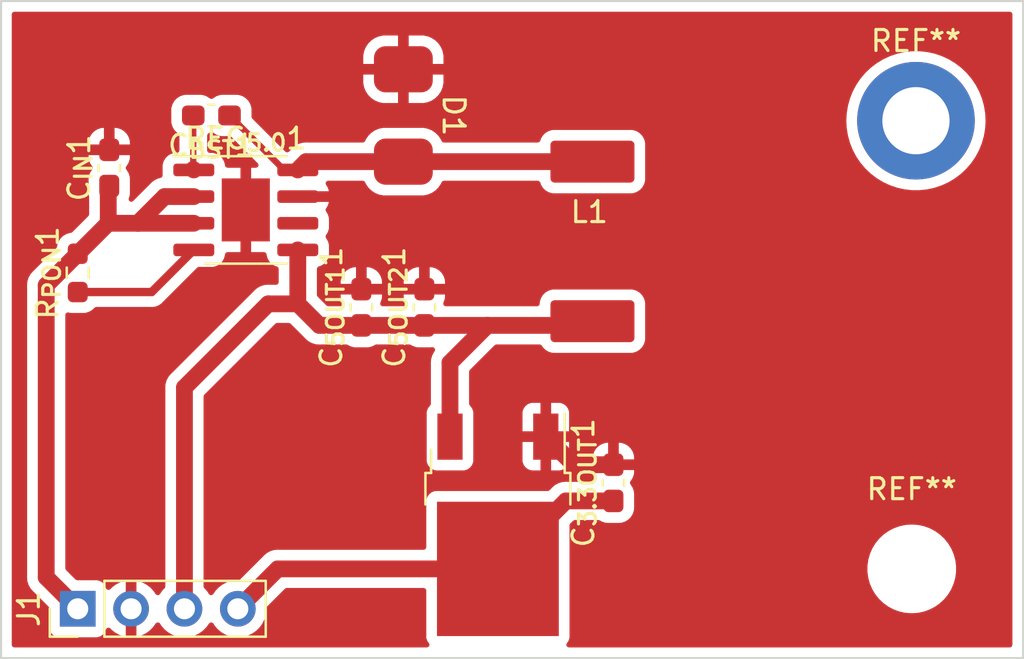
<source format=kicad_pcb>
(kicad_pcb (version 20211014) (generator pcbnew)
  (layers (0 "F.Cu" signal) (31 "B.Cu" signal) (34 "B.Paste" user) (35 "F.Paste" user) (36 "B.SilkS" user "B.Silkscreen") (37 "F.SilkS" user "F.Silkscreen") (38 "B.Mask" user) (39 "F.Mask" user) (44 "Edge.Cuts" user))
  (net 0 "")
  (net 1 "GND")
  (net 2 "Net-(C_{BST}1-Pad2)")
  (net 3 "+7.5V")
  (net 4 "+5V")
  (net 6 "+3V3")
  (net 7 "Net-(REG_{5.0}1-Pad4)")
  (net 8 "Net-(C_{BST}1-Pad1)")
  (footprint "Capacitor_SMD:C_0603_1608Metric_Pad1.08x0.95mm_HandSolder" (layer "F.Cu") (at 111.3625 77.5 180)
    (fp_text reference "C_{BST}1" (at 0 -1.43) (layer "F.SilkS"))
    (fp_text value "0.1uF")
    (fp_line (start -0.146267 0.51) (end 0.146267 0.51) (layer "F.SilkS") (width 0.12))
    (fp_line (start -0.146267 -0.51) (end 0.146267 -0.51) (layer "F.SilkS") (width 0.12))
    (pad "1" smd roundrect (at -0.8625 0 180) (size 1.075 0.95) (layers "F.Cu" "F.Paste" "F.Mask") (net 8 "Net-(C_{BST}1-Pad1)"))
    (pad "2" smd roundrect (at 0.8625 0 180) (size 1.075 0.95) (layers "F.Cu" "F.Paste" "F.Mask") (net 2 "Net-(C_{BST}1-Pad2)"))
  )
  (footprint "Custom footprints:CDRH104R inductor" (layer "F.Cu") (at 129.5 83.5)
    (fp_text reference "L1" (at -0.15 -1.4 unlocked) (layer "F.SilkS"))
    (fp_text value "3.8uF")
    (pad "1" smd roundrect (at 0 -3.8) (size 4 2) (layers "F.Cu" "F.Paste" "F.Mask") (roundrect_rratio 0.1) (net 8 "Net-(C_{BST}1-Pad1)"))
    (pad "2" smd roundrect (at 0 3.8) (size 4 2) (layers "F.Cu" "F.Paste" "F.Mask") (roundrect_rratio 0.1) (net 4 "+5V"))
  )
  (footprint "MountingHole:MountingHole_3.2mm_M3_DIN965_Pad_TopBottom" (layer "F.Cu") (at 144.9 77.75)
    (fp_text reference "REF**" (at 0 -3.8) (layer "F.SilkS"))
    (fp_text value "MountingHole_3.2mm_M3_DIN965_Pad_TopBottom" hide)
    (pad "1" connect circle (at 0 0) (size 5.6 5.6) (layers "B.Cu" "B.Mask"))
    (pad "1" connect circle (at 0 0) (size 5.6 5.6) (layers "F.Cu" "F.Mask"))
    (pad "1" thru_hole circle (at 0 0) (size 3.6 3.6) (drill 3.2) (layers *.Cu *.Mask))
  )
  (footprint "Capacitor_SMD:C_0603_1608Metric_Pad1.08x0.95mm_HandSolder" (layer "F.Cu") (at 121.5 86.6375 90)
    (fp_text reference "C_{5OUT2}1" (at 0 -1.43 90) (layer "F.SilkS"))
    (fp_text value "22uF")
    (fp_line (start -0.146267 0.51) (end 0.146267 0.51) (layer "F.SilkS") (width 0.12))
    (fp_line (start -0.146267 -0.51) (end 0.146267 -0.51) (layer "F.SilkS") (width 0.12))
    (pad "1" smd roundrect (at -0.8625 0 90) (size 1.075 0.95) (layers "F.Cu" "F.Paste" "F.Mask") (net 4 "+5V"))
    (pad "2" smd roundrect (at 0.8625 0 90) (size 1.075 0.95) (layers "F.Cu" "F.Paste" "F.Mask") (net 1 "GND"))
  )
  (footprint "Capacitor_SMD:C_0603_1608Metric_Pad1.08x0.95mm_HandSolder" (layer "F.Cu") (at 106.5 80 90)
    (fp_text reference "C_{IN}1" (at 0 -1.43 90) (layer "F.SilkS"))
    (fp_text value "10uF")
    (fp_line (start -0.146267 0.51) (end 0.146267 0.51) (layer "F.SilkS") (width 0.12))
    (fp_line (start -0.146267 -0.51) (end 0.146267 -0.51) (layer "F.SilkS") (width 0.12))
    (pad "1" smd roundrect (at -0.8625 0 90) (size 1.075 0.95) (layers "F.Cu" "F.Paste" "F.Mask") (net 3 "+7.5V"))
    (pad "2" smd roundrect (at 0.8625 0 90) (size 1.075 0.95) (layers "F.Cu" "F.Paste" "F.Mask") (net 1 "GND"))
  )
  (footprint "MountingHole:MountingHole_3.2mm_M3_DIN965" (layer "F.Cu") (at 144.7 99.1)
    (fp_text reference "REF**" (at 0 -3.8) (layer "F.SilkS"))
    (fp_text value "MountingHole_3.2mm_M3_DIN965" hide)
    (pad "" np_thru_hole circle (at 0 0) (size 3.2 3.2) (drill 3.2) (layers *.Cu *.Mask))
  )
  (footprint "Package_SO:SOIC-8-1EP_3.9x4.9mm_P1.27mm_EP2.29x3mm" (layer "F.Cu") (at 113 82)
    (fp_text reference "REG_{5.0}1" (at 0 -3.4) (layer "F.SilkS"))
    (fp_text value "ADP2302ARDZ-5.0")
    (fp_line (start 0 -2.56) (end -3.45 -2.56) (layer "F.SilkS") (width 0.12))
    (fp_line (start 0 -2.56) (end 1.95 -2.56) (layer "F.SilkS") (width 0.12))
    (fp_line (start 0 2.56) (end 1.95 2.56) (layer "F.SilkS") (width 0.12))
    (fp_line (start 0 2.56) (end -1.95 2.56) (layer "F.SilkS") (width 0.12))
    (pad "1" smd roundrect (at -2.475 -1.905) (size 1.95 0.6) (layers "F.Cu" "F.Paste" "F.Mask") (net 2 "Net-(C_{BST}1-Pad2)"))
    (pad "2" smd roundrect (at -2.475 -0.635) (size 1.95 0.6) (layers "F.Cu" "F.Paste" "F.Mask") (net 3 "+7.5V"))
    (pad "3" smd roundrect (at -2.475 0.635) (size 1.95 0.6) (layers "F.Cu" "F.Paste" "F.Mask") (net 3 "+7.5V"))
    (pad "4" smd roundrect (at -2.475 1.905) (size 1.95 0.6) (layers "F.Cu" "F.Paste" "F.Mask") (net 7 "Net-(REG_{5.0}1-Pad4)"))
    (pad "5" smd roundrect (at 2.475 1.905) (size 1.95 0.6) (layers "F.Cu" "F.Paste" "F.Mask") (net 4 "+5V"))
    (pad "6" smd roundrect (at 2.475 0.635) (size 1.95 0.6) (layers "F.Cu" "F.Paste" "F.Mask"))
    (pad "7" smd roundrect (at 2.475 -0.635) (size 1.95 0.6) (layers "F.Cu" "F.Paste" "F.Mask") (net 1 "GND"))
    (pad "8" smd roundrect (at 2.475 -1.905) (size 1.95 0.6) (layers "F.Cu" "F.Paste" "F.Mask") (net 8 "Net-(C_{BST}1-Pad1)"))
    (pad "9" smd rect (at 0 0) (size 2.29 3) (layers "F.Cu" "F.Mask") (net 1 "GND"))
  )
  (footprint "Capacitor_SMD:C_0603_1608Metric_Pad1.08x0.95mm_HandSolder" (layer "F.Cu") (at 130.5 95 90)
    (fp_text reference "C_{3.3OUT}1" (at 0 -1.43 90) (layer "F.SilkS"))
    (fp_text value "22uF")
    (fp_line (start -0.146267 -0.51) (end 0.146267 -0.51) (layer "F.SilkS") (width 0.12))
    (fp_line (start -0.146267 0.51) (end 0.146267 0.51) (layer "F.SilkS") (width 0.12))
    (pad "1" smd roundrect (at -0.8625 0 90) (size 1.075 0.95) (layers "F.Cu" "F.Paste" "F.Mask") (net 6 "+3V3"))
    (pad "2" smd roundrect (at 0.8625 0 90) (size 1.075 0.95) (layers "F.Cu" "F.Paste" "F.Mask") (net 1 "GND"))
  )
  (footprint "Connector_PinHeader_2.54mm:PinHeader_1x04_P2.54mm_Vertical" (layer "F.Cu") (at 105 101 90)
    (fp_text reference "J1" (at 0 -2.33 90) (layer "F.SilkS"))
    (fp_text value "Conn_01x04_Male" hide)
    (fp_line (start -1.33 0) (end -1.33 -1.33) (layer "F.SilkS") (width 0.12))
    (fp_line (start -1.33 1.27) (end -1.33 8.95) (layer "F.SilkS") (width 0.12))
    (fp_line (start 1.33 1.27) (end 1.33 8.95) (layer "F.SilkS") (width 0.12))
    (fp_line (start -1.33 -1.33) (end 0 -1.33) (layer "F.SilkS") (width 0.12))
    (fp_line (start -1.33 8.95) (end 1.33 8.95) (layer "F.SilkS") (width 0.12))
    (fp_line (start -1.33 1.27) (end 1.33 1.27) (layer "F.SilkS") (width 0.12))
    (pad "1" thru_hole rect (at 0 0 90) (size 1.7 1.7) (drill 1) (layers *.Cu *.Mask) (net 3 "+7.5V"))
    (pad "2" thru_hole oval (at 0 2.54 90) (size 1.7 1.7) (drill 1) (layers *.Cu *.Mask) (net 1 "GND"))
    (pad "3" thru_hole oval (at 0 5.08 90) (size 1.7 1.7) (drill 1) (layers *.Cu *.Mask) (net 4 "+5V"))
    (pad "4" thru_hole oval (at 0 7.62 90) (size 1.7 1.7) (drill 1) (layers *.Cu *.Mask) (net 6 "+3V3"))
  )
  (footprint "Capacitor_SMD:C_0603_1608Metric_Pad1.08x0.95mm_HandSolder" (layer "F.Cu") (at 118.5 86.6375 90)
    (fp_text reference "C_{5OUT1}1" (at 0 -1.43 90) (layer "F.SilkS"))
    (fp_text value "22uF")
    (fp_line (start -0.146267 0.51) (end 0.146267 0.51) (layer "F.SilkS") (width 0.12))
    (fp_line (start -0.146267 -0.51) (end 0.146267 -0.51) (layer "F.SilkS") (width 0.12))
    (pad "1" smd roundrect (at -0.8625 0 90) (size 1.075 0.95) (layers "F.Cu" "F.Paste" "F.Mask") (net 4 "+5V"))
    (pad "2" smd roundrect (at 0.8625 0 90) (size 1.075 0.95) (layers "F.Cu" "F.Paste" "F.Mask") (net 1 "GND"))
  )
  (footprint "Custom footprints:SSB43L hand solder" (layer "F.Cu") (at 120.5 77.5 -90)
    (fp_text reference "D1" (at 0 -2.4 -90 unlocked) (layer "F.SilkS"))
    (fp_text value "SSB43L")
    (pad "1" smd roundrect (at 2.2 0) (size 2.8 2.2) (layers "F.Cu" "F.Paste" "F.Mask") (net 8 "Net-(C_{BST}1-Pad1)"))
    (pad "2" smd roundrect (at -2.2 0) (size 2.8 2.2) (layers "F.Cu" "F.Paste" "F.Mask") (net 1 "GND"))
  )
  (footprint "Resistor_SMD:R_0603_1608Metric_Pad0.98x0.95mm_HandSolder" (layer "F.Cu") (at 105 85 90)
    (fp_text reference "R_{PON}1" (at 0 -1.43 90) (layer "F.SilkS"))
    (fp_text value "100K")
    (fp_line (start -0.254724 0.5225) (end 0.254724 0.5225) (layer "F.SilkS") (width 0.12))
    (fp_line (start -0.254724 -0.5225) (end 0.254724 -0.5225) (layer "F.SilkS") (width 0.12))
    (pad "1" smd roundrect (at -0.9125 0 90) (size 0.975 0.95) (layers "F.Cu" "F.Paste" "F.Mask") (net 7 "Net-(REG_{5.0}1-Pad4)"))
    (pad "2" smd roundrect (at 0.9125 0 90) (size 0.975 0.95) (layers "F.Cu" "F.Paste" "F.Mask") (net 3 "+7.5V"))
  )
  (footprint "Package_TO_SOT_SMD:TO-252-2" (layer "F.Cu") (at 125 97 -90)
    (fp_text reference "LinReg_{3.3}1" hide)
    (fp_text value "AZ1117-3.3")
    (fp_line (start -2.47 -3.45) (end -2.47 -3.18) (layer "F.SilkS") (width 0.12))
    (fp_line (start -2.47 3.18) (end -3.57 3.18) (layer "F.SilkS") (width 0.12))
    (fp_line (start -2.47 3.45) (end -2.47 3.18) (layer "F.SilkS") (width 0.12))
    (fp_line (start -0.97 3.45) (end -2.47 3.45) (layer "F.SilkS") (width 0.12))
    (fp_line (start -0.97 -3.45) (end -2.47 -3.45) (layer "F.SilkS") (width 0.12))
    (fp_line (start -2.47 -3.18) (end -5.3 -3.18) (layer "F.SilkS") (width 0.12))
    (pad "1" smd rect (at -4.2 -2.28 270) (size 2.2 1.2) (layers "F.Cu" "F.Paste" "F.Mask") (net 1 "GND"))
    (pad "2" smd rect (at 2.1 0 270) (size 6.4 5.8) (layers "F.Cu" "F.Mask") (net 6 "+3V3"))
    (pad "3" smd rect (at -4.2 2.28 270) (size 2.2 1.2) (layers "F.Cu" "F.Paste" "F.Mask") (net 4 "+5V"))
  )
  (gr_rect (start 101.35 103.35) (end 150 72.05) (layer "Edge.Cuts") (width 0.1) (fill none))
  (segment (start 130.5 94.1375) (end 128.6175 94.1375) (width 0.8) (layer "F.Cu") (net 1))
  (segment (start 128.6175 94.1375) (end 127.28 92.8) (width 0.8) (layer "F.Cu") (net 1))
  (segment (start 110.5 80.07) (end 110.525 80.095) (width 0.8) (layer "F.Cu") (net 2))
  (segment (start 110.5 77.5) (end 110.5 80.07) (width 0.3) (layer "F.Cu") (net 2))
  (segment (start 107.865 82.635) (end 106.4525 82.635) (width 0.8) (layer "F.Cu") (net 3))
  (segment (start 105 84.0875) (end 103.5 85.5875) (width 0.8) (layer "F.Cu") (net 3))
  (segment (start 106.4525 82.635) (end 105 84.0875) (width 0.8) (layer "F.Cu") (net 3))
  (segment (start 110.525 82.635) (end 107.865 82.635) (width 0.8) (layer "F.Cu") (net 3))
  (segment (start 109.135 81.365) (end 110.525 81.365) (width 0.8) (layer "F.Cu") (net 3))
  (segment (start 107.865 82.635) (end 109.135 81.365) (width 0.8) (layer "F.Cu") (net 3))
  (segment (start 106.4525 80.91) (end 106.5 80.8625) (width 0.8) (layer "F.Cu") (net 3))
  (segment (start 106.4525 82.635) (end 106.4525 80.91) (width 0.8) (layer "F.Cu") (net 3))
  (segment (start 103.5 99.5) (end 105 101) (width 0.8) (layer "F.Cu") (net 3))
  (segment (start 103.5 85.5875) (end 103.5 99.5) (width 0.8) (layer "F.Cu") (net 3))
  (segment (start 122.72 92.8) (end 122.72 89.28) (width 0.8) (layer "F.Cu") (net 4))
  (segment (start 114.065 86.475) (end 115.475 86.475) (width 0.8) (layer "F.Cu") (net 4))
  (segment (start 121.5 87.5) (end 124.5 87.5) (width 0.8) (layer "F.Cu") (net 4))
  (segment (start 129.3 87.5) (end 129.5 87.3) (width 0.8) (layer "F.Cu") (net 4))
  (segment (start 122.72 89.28) (end 124.5 87.5) (width 0.8) (layer "F.Cu") (net 4))
  (segment (start 110.08 101) (end 110.08 90.46) (width 0.8) (layer "F.Cu") (net 4))
  (segment (start 110.08 90.46) (end 114.065 86.475) (width 0.8) (layer "F.Cu") (net 4))
  (segment (start 115.475 86.475) (end 116.5 87.5) (width 0.8) (layer "F.Cu") (net 4))
  (segment (start 116.5 87.5) (end 118.5 87.5) (width 0.8) (layer "F.Cu") (net 4))
  (segment (start 124.5 87.5) (end 129.3 87.5) (width 0.8) (layer "F.Cu") (net 4))
  (segment (start 115.475 83.905) (end 115.475 86.475) (width 0.8) (layer "F.Cu") (net 4))
  (segment (start 118.5 87.5) (end 121.5 87.5) (width 0.8) (layer "F.Cu") (net 4))
  (segment (start 114.52 99.1) (end 112.62 101) (width 0.8) (layer "F.Cu") (net 6))
  (segment (start 128.2375 95.8625) (end 125 99.1) (width 0.8) (layer "F.Cu") (net 6))
  (segment (start 130.5 95.8625) (end 128.2375 95.8625) (width 0.8) (layer "F.Cu") (net 6))
  (segment (start 125 99.1) (end 114.52 99.1) (width 0.8) (layer "F.Cu") (net 6))
  (segment (start 105 85.9125) (end 108.5175 85.9125) (width 0.4) (layer "F.Cu") (net 7))
  (segment (start 108.5175 85.9125) (end 110.525 83.905) (width 0.4) (layer "F.Cu") (net 7))
  (segment (start 114.82 80.095) (end 112.225 77.5) (width 0.3) (layer "F.Cu") (net 8))
  (segment (start 120.5 79.7) (end 129.5 79.7) (width 0.8) (layer "F.Cu") (net 8))
  (segment (start 115.475 80.095) (end 114.82 80.095) (width 0.3) (layer "F.Cu") (net 8))
  (segment (start 120.5 79.7) (end 115.87 79.7) (width 0.8) (layer "F.Cu") (net 8))
  (segment (start 115.87 79.7) (end 115.475 80.095) (width 0.8) (layer "F.Cu") (net 8))
  (zone (net 1) (net_name "GND") (layer "F.Cu") (connect_pads (clearance 0.508)) (min_thickness 0.254) (fill yes (thermal_gap 0.508) (thermal_bridge_width 0.508))
    (polygon (pts (xy 150 103.35) (xy 101.35 103.35) (xy 101.35 72.05) (xy 150 72.05)))
  )
)
</source>
